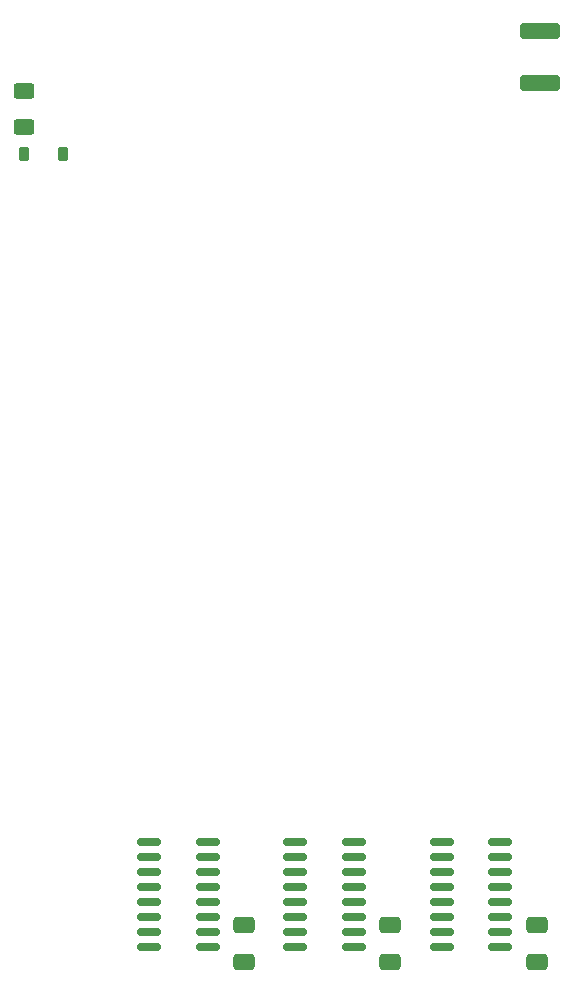
<source format=gbr>
%TF.GenerationSoftware,KiCad,Pcbnew,7.0.7*%
%TF.CreationDate,2023-11-22T16:36:34+01:00*%
%TF.ProjectId,BOB4ENCODER,424f4234-454e-4434-9f44-45522e6b6963,rev?*%
%TF.SameCoordinates,Original*%
%TF.FileFunction,Paste,Bot*%
%TF.FilePolarity,Positive*%
%FSLAX46Y46*%
G04 Gerber Fmt 4.6, Leading zero omitted, Abs format (unit mm)*
G04 Created by KiCad (PCBNEW 7.0.7) date 2023-11-22 16:36:34*
%MOMM*%
%LPD*%
G01*
G04 APERTURE LIST*
G04 Aperture macros list*
%AMRoundRect*
0 Rectangle with rounded corners*
0 $1 Rounding radius*
0 $2 $3 $4 $5 $6 $7 $8 $9 X,Y pos of 4 corners*
0 Add a 4 corners polygon primitive as box body*
4,1,4,$2,$3,$4,$5,$6,$7,$8,$9,$2,$3,0*
0 Add four circle primitives for the rounded corners*
1,1,$1+$1,$2,$3*
1,1,$1+$1,$4,$5*
1,1,$1+$1,$6,$7*
1,1,$1+$1,$8,$9*
0 Add four rect primitives between the rounded corners*
20,1,$1+$1,$2,$3,$4,$5,0*
20,1,$1+$1,$4,$5,$6,$7,0*
20,1,$1+$1,$6,$7,$8,$9,0*
20,1,$1+$1,$8,$9,$2,$3,0*%
G04 Aperture macros list end*
%ADD10RoundRect,0.150000X-0.825000X-0.150000X0.825000X-0.150000X0.825000X0.150000X-0.825000X0.150000X0*%
%ADD11RoundRect,0.250000X0.650000X-0.412500X0.650000X0.412500X-0.650000X0.412500X-0.650000X-0.412500X0*%
%ADD12RoundRect,0.225000X-0.225000X-0.375000X0.225000X-0.375000X0.225000X0.375000X-0.225000X0.375000X0*%
%ADD13RoundRect,0.250000X-0.625000X0.400000X-0.625000X-0.400000X0.625000X-0.400000X0.625000X0.400000X0*%
%ADD14RoundRect,0.250000X-1.450000X0.400000X-1.450000X-0.400000X1.450000X-0.400000X1.450000X0.400000X0*%
G04 APERTURE END LIST*
D10*
%TO.C,U2*%
X28448000Y-89886300D03*
X28448000Y-88616300D03*
X28448000Y-87346300D03*
X28448000Y-86076300D03*
X28448000Y-84806300D03*
X28448000Y-83536300D03*
X28448000Y-82266300D03*
X28448000Y-80996300D03*
X33398000Y-80996300D03*
X33398000Y-82266300D03*
X33398000Y-83536300D03*
X33398000Y-84806300D03*
X33398000Y-86076300D03*
X33398000Y-87346300D03*
X33398000Y-88616300D03*
X33398000Y-89886300D03*
%TD*%
%TO.C,U3*%
X40832000Y-89886300D03*
X40832000Y-88616300D03*
X40832000Y-87346300D03*
X40832000Y-86076300D03*
X40832000Y-84806300D03*
X40832000Y-83536300D03*
X40832000Y-82266300D03*
X40832000Y-80996300D03*
X45782000Y-80996300D03*
X45782000Y-82266300D03*
X45782000Y-83536300D03*
X45782000Y-84806300D03*
X45782000Y-86076300D03*
X45782000Y-87346300D03*
X45782000Y-88616300D03*
X45782000Y-89886300D03*
%TD*%
D11*
%TO.C,C3*%
X48895000Y-91097500D03*
X48895000Y-87972500D03*
%TD*%
D10*
%TO.C,U1*%
X16067000Y-89886300D03*
X16067000Y-88616300D03*
X16067000Y-87346300D03*
X16067000Y-86076300D03*
X16067000Y-84806300D03*
X16067000Y-83536300D03*
X16067000Y-82266300D03*
X16067000Y-80996300D03*
X21017000Y-80996300D03*
X21017000Y-82266300D03*
X21017000Y-83536300D03*
X21017000Y-84806300D03*
X21017000Y-86076300D03*
X21017000Y-87346300D03*
X21017000Y-88616300D03*
X21017000Y-89886300D03*
%TD*%
D12*
%TO.C,D1*%
X5461000Y-22733000D03*
X8761000Y-22733000D03*
%TD*%
D13*
%TO.C,R1*%
X5461000Y-17373000D03*
X5461000Y-20473000D03*
%TD*%
D14*
%TO.C,F1*%
X49123600Y-12303800D03*
X49123600Y-16753800D03*
%TD*%
D11*
%TO.C,C2*%
X36449000Y-91097500D03*
X36449000Y-87972500D03*
%TD*%
%TO.C,C1*%
X24130000Y-91097500D03*
X24130000Y-87972500D03*
%TD*%
M02*

</source>
